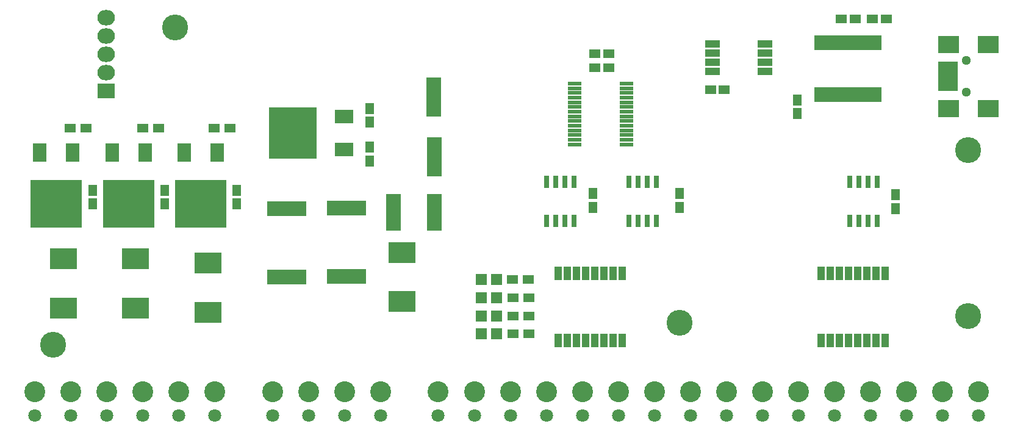
<source format=gts>
G04 #@! TF.FileFunction,Soldermask,Top*
%FSLAX46Y46*%
G04 Gerber Fmt 4.6, Leading zero omitted, Abs format (unit mm)*
G04 Created by KiCad (PCBNEW 4.0.2+dfsg1-stable) date Sun 11 Sep 2016 08:44:01 PM CDT*
%MOMM*%
G01*
G04 APERTURE LIST*
%ADD10C,0.100000*%
%ADD11C,3.600000*%
%ADD12R,0.800000X1.750000*%
%ADD13R,1.600000X1.150000*%
%ADD14R,1.150000X1.600000*%
%ADD15R,5.400000X2.000000*%
%ADD16R,2.000000X5.400000*%
%ADD17R,2.000000X5.100000*%
%ADD18R,2.701240X0.900380*%
%ADD19R,2.899360X2.398980*%
%ADD20C,1.299160*%
%ADD21R,1.924000X2.660600*%
%ADD22R,7.131000X6.623000*%
%ADD23R,1.600000X1.300000*%
%ADD24R,2.100000X1.050000*%
%ADD25R,2.660600X1.924000*%
%ADD26R,6.623000X7.131000*%
%ADD27R,3.699460X2.899360*%
%ADD28R,2.432000X2.127200*%
%ADD29O,2.432000X2.127200*%
%ADD30R,1.870000X0.570000*%
%ADD31R,1.000000X1.900000*%
%ADD32C,1.800000*%
%ADD33C,2.900000*%
%ADD34R,0.850000X2.150000*%
%ADD35R,1.598880X1.598880*%
G04 APERTURE END LIST*
D10*
D11*
X173000000Y-89000000D03*
X86000000Y-92000000D03*
X103000000Y-48000000D03*
X213000000Y-65000000D03*
D12*
X154555000Y-74800000D03*
X155825000Y-74800000D03*
X157095000Y-74800000D03*
X158365000Y-74800000D03*
X158365000Y-69400000D03*
X157095000Y-69400000D03*
X155825000Y-69400000D03*
X154555000Y-69400000D03*
X165985000Y-74800000D03*
X167255000Y-74800000D03*
X168525000Y-74800000D03*
X169795000Y-74800000D03*
X169795000Y-69400000D03*
X168525000Y-69400000D03*
X167255000Y-69400000D03*
X165985000Y-69400000D03*
D13*
X197358000Y-46814000D03*
X195458000Y-46814000D03*
D14*
X189296000Y-58056000D03*
X189296000Y-59956000D03*
D13*
X201676000Y-46814000D03*
X199776000Y-46814000D03*
X177300000Y-56650000D03*
X179200000Y-56650000D03*
D15*
X126740000Y-82570000D03*
X118440000Y-82620000D03*
X126740000Y-73070000D03*
X118440000Y-73120000D03*
D14*
X129940000Y-66520000D03*
X129940000Y-64620000D03*
X129940000Y-59220000D03*
X129940000Y-61120000D03*
D16*
X138860000Y-57680000D03*
X138910000Y-65980000D03*
D14*
X91500000Y-72500000D03*
X91500000Y-70600000D03*
X101500000Y-72500000D03*
X101500000Y-70600000D03*
X111500000Y-72500000D03*
X111500000Y-70600000D03*
D17*
X138940000Y-73620000D03*
X133240000Y-73620000D03*
D18*
X210201580Y-56399840D03*
X210201580Y-55599740D03*
X210201580Y-54799640D03*
X210201580Y-53999540D03*
X210201580Y-53199440D03*
D19*
X210300640Y-59249720D03*
X215799740Y-59249720D03*
X210300640Y-50349560D03*
X215799740Y-50349560D03*
D20*
X212800000Y-56999280D03*
X212800000Y-52600000D03*
D21*
X88786000Y-65337200D03*
X84214000Y-65337200D03*
D22*
X86500000Y-72500000D03*
D21*
X98786000Y-65337200D03*
X94214000Y-65337200D03*
D22*
X96500000Y-72500000D03*
D21*
X108786000Y-65337200D03*
X104214000Y-65337200D03*
D22*
X106500000Y-72500000D03*
D23*
X88400000Y-62000000D03*
X90600000Y-62000000D03*
X98500000Y-62000000D03*
X100700000Y-62000000D03*
X108400000Y-62000000D03*
X110600000Y-62000000D03*
D24*
X184850000Y-54105000D03*
X184850000Y-52835000D03*
X184850000Y-51565000D03*
X184850000Y-50295000D03*
X177550000Y-50295000D03*
X177550000Y-51565000D03*
X177550000Y-52835000D03*
X177550000Y-54105000D03*
D25*
X126440000Y-64906000D03*
X126440000Y-60334000D03*
D26*
X119277200Y-62620000D03*
D27*
X134440000Y-79218940D03*
X134440000Y-86021060D03*
X87500000Y-86901060D03*
X87500000Y-80098940D03*
X97500000Y-86901060D03*
X97500000Y-80098940D03*
X107500000Y-87500000D03*
X107500000Y-80697880D03*
D13*
X161248321Y-53614355D03*
X163148321Y-53614355D03*
X161248321Y-51614355D03*
X163148321Y-51614355D03*
D28*
X93400000Y-56820000D03*
D29*
X93400000Y-54280000D03*
X93400000Y-51740000D03*
X93400000Y-49200000D03*
X93400000Y-46660000D03*
D30*
X165600000Y-64225000D03*
X165600000Y-63575000D03*
X165600000Y-62925000D03*
X165600000Y-62275000D03*
X165600000Y-61625000D03*
X165600000Y-60975000D03*
X165600000Y-60325000D03*
X165600000Y-59675000D03*
X165600000Y-59025000D03*
X165600000Y-58375000D03*
X165600000Y-57725000D03*
X165600000Y-57075000D03*
X165600000Y-56425000D03*
X165600000Y-55775000D03*
X158400000Y-55775000D03*
X158400000Y-56425000D03*
X158400000Y-57075000D03*
X158400000Y-57725000D03*
X158400000Y-58375000D03*
X158400000Y-59025000D03*
X158400000Y-59675000D03*
X158400000Y-60325000D03*
X158400000Y-60975000D03*
X158400000Y-61625000D03*
X158400000Y-62275000D03*
X158400000Y-62925000D03*
X158400000Y-63575000D03*
X158400000Y-64225000D03*
D31*
X201490000Y-82100000D03*
X200220000Y-82100000D03*
X198950000Y-82100000D03*
X197680000Y-82100000D03*
X196410000Y-82100000D03*
X195140000Y-82100000D03*
X193870000Y-82100000D03*
X192600000Y-82100000D03*
X192600000Y-91400000D03*
X193870000Y-91400000D03*
X195140000Y-91400000D03*
X196410000Y-91400000D03*
X197680000Y-91400000D03*
X198950000Y-91400000D03*
X200220000Y-91400000D03*
X201490000Y-91400000D03*
X165045000Y-82100000D03*
X163775000Y-82100000D03*
X162505000Y-82100000D03*
X161235000Y-82100000D03*
X159965000Y-82100000D03*
X158695000Y-82100000D03*
X157425000Y-82100000D03*
X156155000Y-82100000D03*
X156155000Y-91400000D03*
X157425000Y-91400000D03*
X158695000Y-91400000D03*
X159965000Y-91400000D03*
X161235000Y-91400000D03*
X162505000Y-91400000D03*
X163775000Y-91400000D03*
X165045000Y-91400000D03*
D12*
X196600000Y-74800000D03*
X197870000Y-74800000D03*
X199140000Y-74800000D03*
X200410000Y-74800000D03*
X200410000Y-69400000D03*
X199140000Y-69400000D03*
X197870000Y-69400000D03*
X196600000Y-69400000D03*
D14*
X161000000Y-71050000D03*
X161000000Y-72950000D03*
X173000000Y-71050000D03*
X173000000Y-72950000D03*
X203000000Y-71214800D03*
X203000000Y-73114800D03*
D32*
X179500000Y-101800000D03*
D33*
X184500000Y-98500000D03*
X189500000Y-98500000D03*
X194500000Y-98500000D03*
X199500000Y-98500000D03*
X204500000Y-98500000D03*
X209500000Y-98500000D03*
X214500000Y-98500000D03*
X179500000Y-98500000D03*
D32*
X184500000Y-101800000D03*
X189500000Y-101800000D03*
X194500000Y-101800000D03*
X199500000Y-101800000D03*
X204500000Y-101800000D03*
X209500000Y-101800000D03*
X214500000Y-101800000D03*
X139500000Y-101800000D03*
D33*
X144500000Y-98500000D03*
X149500000Y-98500000D03*
X154500000Y-98500000D03*
X159500000Y-98500000D03*
X164500000Y-98500000D03*
X169500000Y-98500000D03*
X174500000Y-98500000D03*
X139500000Y-98500000D03*
D32*
X144500000Y-101800000D03*
X149500000Y-101800000D03*
X154500000Y-101800000D03*
X159500000Y-101800000D03*
X164500000Y-101800000D03*
X169500000Y-101800000D03*
X174500000Y-101800000D03*
D34*
X192100000Y-57300000D03*
X192750000Y-57300000D03*
X193400000Y-57300000D03*
X194050000Y-57300000D03*
X194700000Y-57300000D03*
X195350000Y-57300000D03*
X196000000Y-57300000D03*
X196650000Y-57300000D03*
X197300000Y-57300000D03*
X197950000Y-57300000D03*
X198600000Y-57300000D03*
X199250000Y-57300000D03*
X199900000Y-57300000D03*
X200550000Y-57300000D03*
X200550000Y-50100000D03*
X199900000Y-50100000D03*
X199250000Y-50100000D03*
X198600000Y-50100000D03*
X197950000Y-50100000D03*
X197300000Y-50100000D03*
X196650000Y-50100000D03*
X196000000Y-50100000D03*
X195350000Y-50100000D03*
X194700000Y-50100000D03*
X194050000Y-50100000D03*
X193400000Y-50100000D03*
X192750000Y-50100000D03*
X192100000Y-50100000D03*
D32*
X116500000Y-101800000D03*
D33*
X121500000Y-98500000D03*
X116500000Y-98500000D03*
D32*
X121500000Y-101800000D03*
X126500000Y-101800000D03*
D33*
X131500000Y-98500000D03*
X126500000Y-98500000D03*
D32*
X131500000Y-101800000D03*
X83500000Y-101800000D03*
D33*
X88500000Y-98500000D03*
X83500000Y-98500000D03*
D32*
X88500000Y-101800000D03*
X93500000Y-101800000D03*
D33*
X98500000Y-98500000D03*
X93500000Y-98500000D03*
D32*
X98500000Y-101800000D03*
X103500000Y-101800000D03*
D33*
X108500000Y-98500000D03*
X103500000Y-98500000D03*
D32*
X108500000Y-101800000D03*
D35*
X147598040Y-83000000D03*
X145500000Y-83000000D03*
X147549020Y-85500000D03*
X145450980Y-85500000D03*
X147549020Y-88000000D03*
X145450980Y-88000000D03*
X147598040Y-90500000D03*
X145500000Y-90500000D03*
D23*
X149800000Y-83000000D03*
X152000000Y-83000000D03*
X149900000Y-85500000D03*
X152100000Y-85500000D03*
X149900000Y-88000000D03*
X152100000Y-88000000D03*
X149900000Y-90500000D03*
X152100000Y-90500000D03*
D11*
X213000000Y-88000000D03*
M02*

</source>
